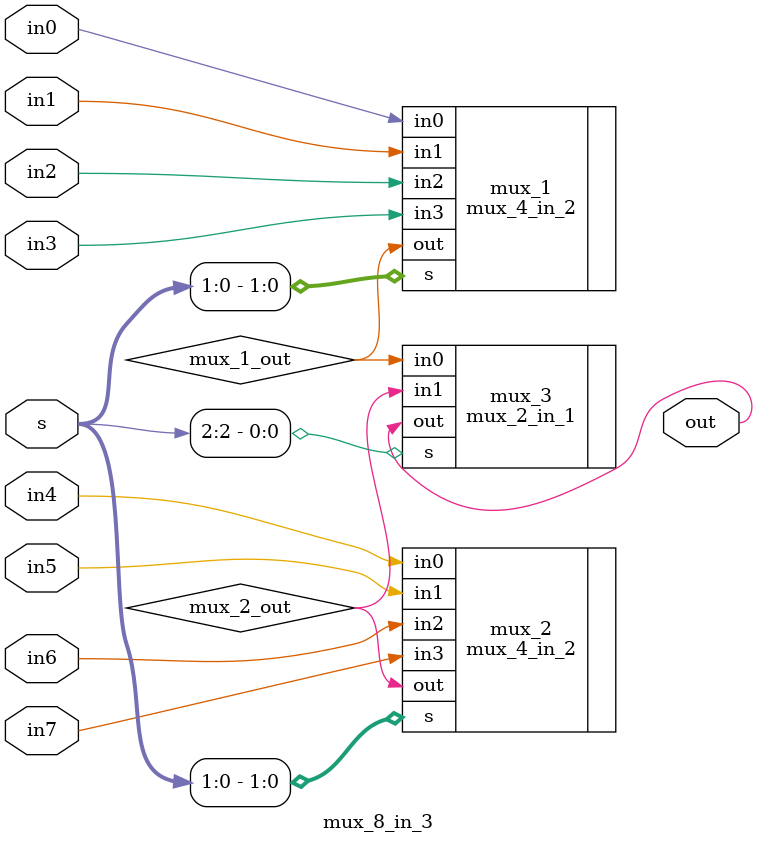
<source format=v>
module mux_8_in_3(
	input in0, in1, in2, in3, in4, in5, in6, in7,
	input [2:0] s,
	output out
	);
	
	wire mux_1_out, mux_2_out;
	
	mux_4_in_2 mux_1(
	 .in0(in0),
	 .in1(in1),
	 .in2(in2),
	 .in3(in3),
	 .s(s[1:0]),
	 .out(mux_1_out)
	);
	
	mux_4_in_2 mux_2(
	 .in0(in4),
	 .in1(in5),
	 .in2(in6),
	 .in3(in7),
	 .s(s[1:0]),
	 .out(mux_2_out)
	);
	
	mux_2_in_1 mux_3(
	 .in0(mux_1_out),
	 .in1(mux_2_out),
	 .s(s[2]),
	 .out(out)
	);
	
endmodule

</source>
